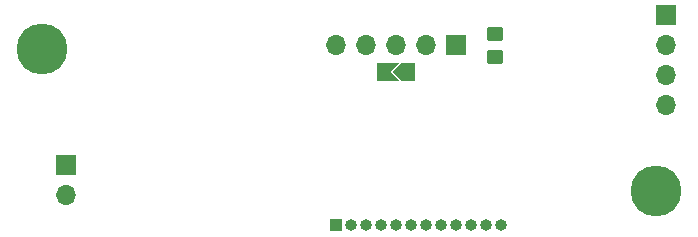
<source format=gbs>
G04 #@! TF.GenerationSoftware,KiCad,Pcbnew,(6.0.6)*
G04 #@! TF.CreationDate,2023-04-07T17:07:22+02:00*
G04 #@! TF.ProjectId,LampeSolairePetite,4c616d70-6553-46f6-9c61-697265506574,R00*
G04 #@! TF.SameCoordinates,Original*
G04 #@! TF.FileFunction,Soldermask,Bot*
G04 #@! TF.FilePolarity,Negative*
%FSLAX46Y46*%
G04 Gerber Fmt 4.6, Leading zero omitted, Abs format (unit mm)*
G04 Created by KiCad (PCBNEW (6.0.6)) date 2023-04-07 17:07:22*
%MOMM*%
%LPD*%
G01*
G04 APERTURE LIST*
G04 Aperture macros list*
%AMRoundRect*
0 Rectangle with rounded corners*
0 $1 Rounding radius*
0 $2 $3 $4 $5 $6 $7 $8 $9 X,Y pos of 4 corners*
0 Add a 4 corners polygon primitive as box body*
4,1,4,$2,$3,$4,$5,$6,$7,$8,$9,$2,$3,0*
0 Add four circle primitives for the rounded corners*
1,1,$1+$1,$2,$3*
1,1,$1+$1,$4,$5*
1,1,$1+$1,$6,$7*
1,1,$1+$1,$8,$9*
0 Add four rect primitives between the rounded corners*
20,1,$1+$1,$2,$3,$4,$5,0*
20,1,$1+$1,$4,$5,$6,$7,0*
20,1,$1+$1,$6,$7,$8,$9,0*
20,1,$1+$1,$8,$9,$2,$3,0*%
%AMFreePoly0*
4,1,6,0.587500,-0.725000,-0.587500,-0.725000,-1.287500,0.000000,-0.587500,0.725000,0.587500,0.725000,0.587500,-0.725000,0.587500,-0.725000,$1*%
%AMFreePoly1*
4,1,6,0.587500,0.000000,1.287500,-0.725000,-0.587500,-0.725000,-0.587500,0.725000,1.287500,0.725000,0.587500,0.000000,0.587500,0.000000,$1*%
G04 Aperture macros list end*
%ADD10R,1.700000X1.700000*%
%ADD11O,1.700000X1.700000*%
%ADD12C,4.300000*%
%ADD13R,1.000000X1.000000*%
%ADD14O,1.000000X1.000000*%
%ADD15FreePoly0,0.000000*%
%ADD16FreePoly1,0.000000*%
%ADD17RoundRect,0.250000X-0.450000X0.350000X-0.450000X-0.350000X0.450000X-0.350000X0.450000X0.350000X0*%
G04 APERTURE END LIST*
D10*
X96520000Y-86360000D03*
D11*
X96520000Y-88900000D03*
D12*
X146500000Y-88500000D03*
X94500000Y-76500000D03*
D13*
X119380000Y-91440000D03*
D14*
X120650000Y-91440000D03*
X121920000Y-91440000D03*
X123190000Y-91440000D03*
X124460000Y-91440000D03*
X125730000Y-91440000D03*
X127000000Y-91440000D03*
X128270000Y-91440000D03*
X129540000Y-91440000D03*
X130810000Y-91440000D03*
X132080000Y-91440000D03*
X133350000Y-91440000D03*
D10*
X129535000Y-76200000D03*
D11*
X126995000Y-76200000D03*
X124455000Y-76200000D03*
X121915000Y-76200000D03*
X119375000Y-76200000D03*
D10*
X147320000Y-73660000D03*
D11*
X147320000Y-76200000D03*
X147320000Y-78740000D03*
X147320000Y-81280000D03*
D15*
X125497500Y-78486000D03*
D16*
X123422500Y-78486000D03*
D17*
X132842000Y-75200000D03*
X132842000Y-77200000D03*
M02*

</source>
